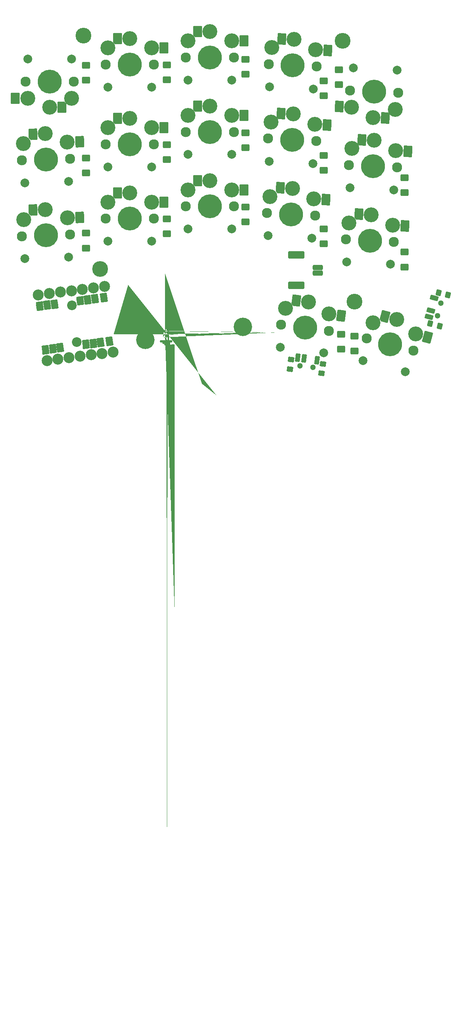
<source format=gbs>
G04 #@! TF.GenerationSoftware,KiCad,Pcbnew,8.0.5*
G04 #@! TF.CreationDate,2025-01-03T21:24:17+08:00*
G04 #@! TF.ProjectId,Kretstr_d_v2,4b726574-7374-472e-9464-5f76322e6b69,rev?*
G04 #@! TF.SameCoordinates,Original*
G04 #@! TF.FileFunction,Soldermask,Bot*
G04 #@! TF.FilePolarity,Negative*
%FSLAX46Y46*%
G04 Gerber Fmt 4.6, Leading zero omitted, Abs format (unit mm)*
G04 Created by KiCad (PCBNEW 8.0.5) date 2025-01-03 21:24:17*
%MOMM*%
%LPD*%
G01*
G04 APERTURE LIST*
G04 Aperture macros list*
%AMRoundRect*
0 Rectangle with rounded corners*
0 $1 Rounding radius*
0 $2 $3 $4 $5 $6 $7 $8 $9 X,Y pos of 4 corners*
0 Add a 4 corners polygon primitive as box body*
4,1,4,$2,$3,$4,$5,$6,$7,$8,$9,$2,$3,0*
0 Add four circle primitives for the rounded corners*
1,1,$1+$1,$2,$3*
1,1,$1+$1,$4,$5*
1,1,$1+$1,$6,$7*
1,1,$1+$1,$8,$9*
0 Add four rect primitives between the rounded corners*
20,1,$1+$1,$2,$3,$4,$5,0*
20,1,$1+$1,$4,$5,$6,$7,0*
20,1,$1+$1,$6,$7,$8,$9,0*
20,1,$1+$1,$8,$9,$2,$3,0*%
%AMFreePoly0*
4,1,22,0.886777,1.280194,0.956366,1.224698,0.994986,1.144504,1.000000,1.100000,1.000000,-1.100000,0.980194,-1.186777,0.924698,-1.256366,0.844504,-1.294986,0.800000,-1.300000,-0.480000,-1.300000,-0.566777,-1.280194,-0.621421,-1.241421,-0.941421,-0.921421,-0.988777,-0.846056,-1.000000,-0.780000,-1.000000,1.100000,-0.980194,1.186777,-0.924698,1.256366,-0.844504,1.294986,-0.800000,1.300000,
0.800000,1.300000,0.886777,1.280194,0.886777,1.280194,$1*%
%AMFreePoly1*
4,1,22,0.686777,0.580194,0.756366,0.524698,0.794986,0.444504,0.800000,0.400000,0.800000,0.200000,0.780194,0.113223,0.741421,0.058579,0.141421,-0.541421,0.066056,-0.588777,-0.022393,-0.598742,-0.106406,-0.569345,-0.141421,-0.541421,-0.741421,0.058579,-0.788777,0.133944,-0.800000,0.200000,-0.800000,0.400000,-0.780193,0.486777,-0.724698,0.556366,-0.644504,0.594986,-0.600000,0.600000,
0.600000,0.600000,0.686777,0.580194,0.686777,0.580194,$1*%
%AMFreePoly2*
4,1,26,0.706406,1.169345,0.769345,1.106406,0.798742,1.022393,0.800000,1.000000,0.800000,-0.250000,0.780194,-0.336777,0.724699,-0.406366,0.644505,-0.444986,0.600000,-0.450000,-0.600000,-0.450000,-0.686777,-0.430194,-0.756366,-0.374698,-0.794986,-0.294504,-0.800000,-0.250000,-0.800000,1.000000,-0.780194,1.086777,-0.724698,1.156366,-0.644504,1.194986,-0.555496,1.194986,-0.475302,1.156366,
-0.458579,1.141421,0.000000,0.682842,0.458579,1.141421,0.533944,1.188778,0.622393,1.198742,0.706406,1.169345,0.706406,1.169345,$1*%
%AMFreePoly3*
4,1,292,0.206777,1.229994,0.276366,1.174498,0.314986,1.094304,0.320000,1.049800,0.320000,0.008200,0.319495,0.005987,0.319495,-1.866709,0.319486,-1.942235,0.319486,-1.942460,0.318928,-2.390763,0.318926,-2.391335,0.317383,-2.767014,0.317377,-2.767939,0.314675,-3.077389,0.314657,-3.078876,0.310622,-3.328489,0.310568,-3.330901,0.305029,-3.527071,0.304875,-3.531095,0.297657,-3.680215,
0.297195,-3.687212,0.288125,-3.795676,0.286622,-3.808584,0.275528,-3.882784,0.269972,-3.908365,0.256680,-3.954695,0.246330,-3.982691,0.240139,-3.996234,0.229057,-4.017117,0.167561,-4.118087,0.157692,-4.132784,0.062026,-4.262462,0.054482,-4.272060,-0.057455,-4.405866,-0.061018,-4.410009,-0.070960,-4.421254,-0.171727,-4.547475,-0.239381,-4.651468,-0.261422,-4.702806,-0.268448,-4.790209,
-0.275185,-4.947662,-0.279770,-5.144579,-0.281450,-5.361536,-0.281447,-5.385011,-0.280528,-5.604860,-0.277007,-5.754079,-0.270393,-5.838887,-0.268290,-5.848462,-0.224488,-5.894056,-0.171049,-5.977321,-0.142171,-6.051967,-0.122143,-6.170287,-0.120852,-6.228231,-0.135594,-6.347346,-0.162124,-6.424914,-0.212996,-6.510565,-0.274338,-6.575059,-0.308050,-6.593056,-0.393200,-6.628524,-0.459529,-6.643620,
-0.582275,-6.650118,-0.631318,-6.646663,-0.750780,-6.623247,-0.819367,-6.595916,-0.898997,-6.545453,-0.952252,-6.496101,-0.953444,-6.494503,-0.980620,-6.444550,-1.025271,-6.324319,-1.037078,-6.237909,-1.034553,-6.207928,-1.095319,-6.245365,-1.119612,-6.251953,-1.263243,-6.281341,-1.334401,-6.282972,-1.441733,-6.266095,-1.524379,-6.233050,-1.535526,-6.224760,-1.625648,-6.152737,-1.674999,-6.094737,
-1.708800,-6.034795,-1.731134,-5.973572,-1.756230,-5.840310,-1.752826,-5.751366,-1.751357,-5.746183,-1.721747,-5.646814,-1.786435,-5.670245,-1.797570,-5.671308,-1.925994,-5.679949,-2.013905,-5.666013,-2.017213,-5.664651,-2.152853,-5.607383,-2.223422,-5.557256,-2.286363,-5.487634,-2.329864,-5.409980,-2.331418,-5.403739,-1.483158,-5.403739,-1.355185,-5.371470,-1.321520,-5.365981,-1.296753,-5.364088,
-1.271925,-5.355039,-1.217781,-5.314195,-1.113600,-5.210504,-0.992406,-5.073003,-0.922095,-4.967193,-0.891918,-4.883182,-0.881171,-4.765871,-0.875626,-4.680694,-0.868608,-4.639640,-0.821297,-4.471082,-0.802138,-4.425469,-0.700510,-4.248647,-0.682044,-4.221835,-0.562810,-4.075770,-0.603069,-4.078811,-0.691091,-4.065597,-0.695126,-4.063965,-0.829973,-4.007718,-0.882942,-3.970058,-0.884544,-4.105830,
-0.885000,-4.117175,-0.898888,-4.319380,-0.902711,-4.346893,-0.935986,-4.504891,-0.949035,-4.545136,-1.009063,-4.679733,-1.028893,-4.714405,-1.123042,-4.846409,-1.137428,-4.864308,-1.273065,-5.014526,-1.276513,-5.018249,-1.287869,-5.030202,-1.395729,-5.154077,-1.436036,-5.218316,-1.445698,-5.259360,-1.451178,-5.311568,-1.471682,-5.381092,-1.483158,-5.403739,-2.331418,-5.403739,-2.333940,-5.393612,
-2.360039,-5.266091,-2.360039,-5.185886,-2.330712,-5.042597,-2.293908,-4.961554,-2.277054,-4.942143,-2.201588,-4.865752,-2.261402,-4.879975,-2.348652,-4.881156,-2.489497,-4.851669,-2.570374,-4.814501,-2.590504,-4.796763,-2.603049,-4.784116,-2.016632,-4.784116,-1.947691,-4.769658,-1.921784,-4.765974,-1.897996,-4.764167,-1.873068,-4.755114,-1.818842,-4.714263,-1.712135,-4.608103,-1.710532,-4.606403,
-1.610735,-4.492471,-1.536348,-4.394539,-1.509620,-4.348678,-1.496774,-4.253933,-1.486629,-4.104764,-1.484943,-4.030087,-1.521728,-4.066661,-1.663872,-4.210425,-1.771561,-4.327147,-1.827485,-4.398952,-1.841739,-4.426218,-1.846868,-4.455718,-1.849044,-4.466476,-1.880833,-4.604089,-1.919662,-4.684181,-1.933210,-4.699418,-2.016632,-4.784116,-2.603049,-4.784116,-2.677271,-4.709294,-2.724322,-4.633739,
-2.731172,-4.608776,-2.760623,-4.465732,-2.760769,-4.385781,-2.732270,-4.244767,-2.695666,-4.163633,-2.680108,-4.145462,-2.594432,-4.056733,-2.519907,-4.008065,-2.492843,-4.000178,-2.352971,-3.969921,-2.326052,-3.966765,-2.302641,-3.962426,-2.276550,-3.949146,-2.210815,-3.898611,-2.101881,-3.798678,-1.944546,-3.643569,-1.907849,-3.606777,-1.998584,-3.608265,-2.086361,-3.615506,-2.113472,-3.640814,
-2.190420,-3.685551,-2.195993,-3.687200,-2.285285,-3.712217,-2.328694,-3.719355,-2.443408,-3.725413,-2.478949,-3.724123,-2.588384,-3.710339,-2.648428,-3.692928,-2.721883,-3.658421,-2.792004,-3.603597,-2.794591,-3.600348,-2.808469,-3.582542,-2.842246,-3.517205,-2.871896,-3.418636,-2.880342,-3.357508,-2.878149,-3.232815,-2.869435,-3.177839,-2.834704,-3.064278,-2.812088,-3.015249,-2.804020,-3.002595,
-2.744226,-2.942329,-2.663376,-2.889881,-2.579901,-2.859285,-2.464107,-2.844477,-2.401736,-2.846314,-2.281469,-2.868955,-2.211215,-2.896693,-2.116941,-2.956591,-2.095419,-2.974395,-2.075454,-2.989291,-2.056638,-2.994994,-2.046805,-2.995889,-2.070491,-2.960773,-2.070904,-2.959695,-2.108494,-2.860796,-2.121279,-2.800020,-2.127521,-2.678750,-2.122913,-2.624593,-2.097809,-2.512950,-2.059448,-2.432632,
-2.058380,-2.431296,-2.001929,-2.361278,-1.932045,-2.306154,-1.911531,-2.297769,-1.812031,-2.263398,-1.738834,-2.252593,-1.594647,-2.258290,-1.508720,-2.281507,-1.504448,-2.283843,-1.384933,-2.351109,-1.358738,-2.368710,-1.337152,-2.385832,-1.317487,-2.393167,-1.240752,-2.402224,-1.085472,-2.405350,-1.078233,-2.405170,-1.107077,-2.378573,-1.139850,-2.295818,-1.141775,-2.278081,-1.154236,-2.081951,
-1.154606,-2.072859,-1.156502,-1.967207,-1.150610,-1.915302,-1.126324,-1.817749,-1.086141,-1.738328,-1.046755,-1.702089,-0.979056,-1.654814,-0.896569,-1.621370,-0.885058,-1.619844,-0.761116,-1.607067,-0.757791,-1.606753,-0.746558,-1.605784,-0.717431,-1.594755,-0.653273,-1.547006,-0.535915,-1.433820,-0.518656,-1.415993,-0.412858,-1.301079,-0.333107,-1.206106,-0.309939,-1.172922,-0.306469,-1.159605,
-0.293711,-1.047354,-0.284312,-0.875422,-0.280824,-0.666619,-0.282712,0.034061,-0.280000,0.046092,-0.280000,1.049800,-0.260194,1.136577,-0.204698,1.206166,-0.124504,1.244786,-0.080000,1.249800,0.120000,1.249800,0.206777,1.229994,0.206777,1.229994,$1*%
%AMFreePoly4*
4,1,332,0.216903,1.226394,0.286492,1.170898,0.325112,1.090704,0.330126,1.046200,0.330126,0.053880,0.332333,0.034041,0.330446,-0.641485,0.333256,-0.817119,0.341852,-0.991008,0.354077,-1.119624,0.362643,-1.162576,0.397195,-1.217294,0.480043,-1.321262,0.585725,-1.436349,0.661974,-1.511306,0.745305,-1.581782,0.780351,-1.600628,0.816226,-1.606236,0.855709,-1.608367,0.916305,-1.621245,
1.018029,-1.660105,1.092024,-1.709574,1.121528,-1.749879,1.172534,-1.841779,1.197328,-1.927265,1.197479,-1.930252,1.204078,-2.083860,1.203745,-2.106820,1.191281,-2.279776,1.165288,-2.364904,1.129225,-2.403994,1.173666,-2.405391,1.223573,-2.405255,1.373671,-2.401394,1.448171,-2.392642,1.465323,-2.386622,1.490349,-2.367250,1.499144,-2.360816,1.558427,-2.319886,1.616268,-2.292409,
1.736039,-2.257617,1.795103,-2.249705,1.918049,-2.251717,1.998400,-2.270011,2.089018,-2.311721,2.159564,-2.365996,2.168233,-2.377282,2.179017,-2.392405,2.207229,-2.449366,2.233861,-2.535376,2.241991,-2.576456,2.252651,-2.693916,2.253382,-2.717931,2.251655,-2.776071,2.247065,-2.813135,2.225093,-2.912935,2.195461,-2.975695,2.212494,-2.958198,2.289490,-2.904783,2.362073,-2.873447,
2.477989,-2.848910,2.531369,-2.844932,2.650838,-2.852090,2.724742,-2.871102,2.812396,-2.912770,2.882265,-2.967914,2.907895,-3.009099,2.941835,-3.082118,2.959271,-3.144555,2.971968,-3.260006,2.972232,-3.301190,2.960919,-3.417757,2.944419,-3.480107,2.909095,-3.559070,2.855580,-3.630194,2.824642,-3.651681,2.776780,-3.678625,2.716103,-3.700809,2.613675,-3.720326,2.575255,-3.723859,
2.458923,-3.723286,2.420925,-3.719452,2.321391,-3.699672,2.242209,-3.664868,2.226678,-3.653495,2.249568,-3.708190,2.262483,-3.753325,2.275714,-3.834758,2.276340,-3.894786,2.255370,-4.043353,2.251016,-4.059843,2.261336,-4.057503,2.405029,-4.053550,2.423479,-4.053894,2.607272,-4.065820,2.692585,-4.091203,2.758435,-4.151089,2.791780,-4.233615,2.793805,-4.251024,2.806269,-4.423981,
2.806736,-4.433904,2.808688,-4.521554,2.803411,-4.571859,2.775606,-4.689911,2.736433,-4.769835,2.707599,-4.798835,2.630832,-4.861660,2.551134,-4.901291,2.531391,-4.905022,2.396634,-4.923538,2.367519,-4.925391,2.352493,-4.925249,2.321484,-4.922534,2.294546,-4.918041,2.345556,-4.977430,2.387072,-5.056163,2.391784,-5.079151,2.411668,-5.216808,2.413676,-5.249681,2.412978,-5.282286,
2.408266,-5.321372,2.380906,-5.444549,2.342754,-5.524966,2.315925,-5.552945,2.240017,-5.618098,2.161269,-5.659587,2.137440,-5.664410,2.001028,-5.683476,1.971455,-5.685392,1.956951,-5.685255,1.923948,-5.682197,1.791737,-5.658772,1.709746,-5.624130,1.687090,-5.605118,1.615161,-5.535067,1.566814,-5.460335,1.557616,-5.425814,1.535881,-5.299923,1.533998,-5.280958,1.533090,-5.277310,
1.533100,-5.278989,1.537975,-5.407923,1.546049,-5.464506,1.546949,-5.466699,1.560605,-5.481756,1.576426,-5.501596,1.634693,-5.585018,1.668145,-5.667501,1.668563,-5.670193,1.688071,-5.801698,1.682547,-5.885969,1.643425,-6.022953,1.600550,-6.100955,1.596826,-6.105026,1.561415,-6.142690,1.487545,-6.192345,1.486564,-6.192720,1.387509,-6.230250,1.326898,-6.242961,1.205437,-6.249194,
1.151442,-6.244614,1.082920,-6.229254,1.081676,-6.301771,1.060958,-6.387044,1.004589,-6.500955,0.948350,-6.569945,0.933901,-6.580220,0.857650,-6.629504,0.787543,-6.657803,0.665751,-6.681668,0.584915,-6.680859,0.473708,-6.656748,0.415993,-6.629724,0.400586,-6.658754,0.394933,-6.665026,0.359522,-6.702690,0.285652,-6.752345,0.284671,-6.752720,0.185616,-6.790250,0.125005,-6.802961,
0.003544,-6.809194,-0.050452,-6.804614,-0.162271,-6.779549,-0.242614,-6.741242,-0.243814,-6.740285,-0.268198,-6.720687,-0.315294,-6.752345,-0.316275,-6.752720,-0.415330,-6.790250,-0.475941,-6.802961,-0.597402,-6.809194,-0.651397,-6.804614,-0.763217,-6.779549,-0.843561,-6.741242,-0.844763,-6.740284,-0.914891,-6.683922,-0.970122,-6.614122,-0.978575,-6.593515,-1.013000,-6.494172,-1.023868,-6.420766,
-1.018162,-6.276806,-0.994935,-6.190882,-0.992477,-6.186396,-0.925104,-6.067069,-0.903724,-6.036331,-0.891370,-6.021707,-0.890072,-6.018941,-0.882527,-5.981614,-0.875398,-5.887738,-0.871719,-5.731182,-0.870818,-5.503325,-0.870817,-5.503105,-0.869927,-5.326988,-0.869827,-5.321581,-0.862543,-5.094702,-0.861499,-5.079727,-0.853873,-5.008841,-0.260880,-5.008841,-0.250757,-5.118082,-0.182664,-5.265028,
-0.032771,-5.461496,0.009168,-5.510153,0.014500,-5.516608,0.119025,-5.648672,0.127203,-5.659770,0.205250,-5.773710,0.219630,-5.798292,0.256978,-5.874043,0.259707,-5.879806,0.280044,-5.924601,0.283266,-5.919104,0.302558,-5.891727,0.305210,-5.888563,0.317208,-5.858522,0.310754,-5.815815,0.250423,-5.704381,0.110971,-5.530276,0.036442,-5.444592,0.027944,-5.434129,-0.099383,-5.266107,
-0.111658,-5.246753,0.652054,-5.246753,0.732842,-5.349046,0.752387,-5.378939,0.849802,-5.561723,0.882643,-5.509562,0.905761,-5.479570,0.917107,-5.467427,0.924826,-5.420679,0.930495,-5.304719,0.931637,-5.162069,0.886595,-5.192346,0.885617,-5.192720,0.786563,-5.230250,0.725952,-5.242961,0.652054,-5.246753,-0.111658,-5.246753,-0.117198,-5.238019,-0.195936,-5.087503,-0.212368,-5.044802,
-0.239091,-4.941314,-0.260880,-5.008841,-0.853873,-5.008841,-0.842699,-4.904973,-0.837775,-4.877464,-0.810044,-4.767492,1.929028,-4.767492,1.940400,-4.777363,1.980579,-4.800138,2.016790,-4.806377,2.048565,-4.809884,2.049055,-4.809987,2.034161,-4.797214,2.013963,-4.774565,2.013402,-4.774389,1.934562,-4.767567,1.929028,-4.767492,-0.810044,-4.767492,-0.802541,-4.737737,-0.789993,-4.702371,
-0.733407,-4.580574,-0.717030,-4.551821,-0.634173,-4.430855,-0.622986,-4.416047,-0.508940,-4.278815,-0.506152,-4.275532,-0.504541,-4.273676,-0.406101,-4.155775,-0.327937,-4.054618,-0.302887,-4.017163,-0.302099,-4.013563,-0.294032,-3.925579,-0.286464,-3.770786,-0.280305,-3.552503,-0.275623,-3.268476,-0.272373,-2.915349,-0.271993,-2.829728,0.332029,-2.829728,0.339270,-2.984437,0.352076,-3.112266,
0.360925,-3.154360,0.378419,-3.181798,0.458433,-3.279847,0.578494,-3.414759,0.722334,-3.568542,0.876663,-3.727341,1.028514,-3.877808,1.164669,-4.006494,1.268831,-4.097556,1.310593,-4.127530,1.364956,-4.143570,1.451145,-4.154832,1.444522,-4.147382,1.401669,-4.069368,1.396370,-4.045227,1.377901,-3.926443,1.353356,-3.888438,1.272875,-3.790852,1.139773,-3.645237,0.953129,-3.451557,
0.710038,-3.206705,0.332029,-2.829728,-0.271993,-2.829728,-0.270485,-2.489954,-0.269874,-1.987786,-0.269874,1.046200,-0.250068,1.132977,-0.194572,1.202566,-0.114378,1.241186,-0.069874,1.246200,0.130126,1.246200,0.216903,1.226394,0.216903,1.226394,$1*%
G04 Aperture macros list end*
%ADD10C,0.100000*%
%ADD11C,2.300000*%
%ADD12C,3.400000*%
%ADD13C,2.000000*%
%ADD14C,5.450000*%
%ADD15FreePoly0,0.000000*%
%ADD16RoundRect,0.200000X-0.800000X-1.100000X0.800000X-1.100000X0.800000X1.100000X-0.800000X1.100000X0*%
%ADD17FreePoly0,2.000000*%
%ADD18RoundRect,0.200000X-0.761123X-1.127250X0.837902X-1.071410X0.761123X1.127250X-0.837902X1.071410X0*%
%ADD19FreePoly0,357.000000*%
%ADD20RoundRect,0.200000X-0.856473X-1.056624X0.741334X-1.140361X0.856473X1.056624X-0.741334X1.140361X0*%
%ADD21FreePoly0,345.000000*%
%ADD22RoundRect,0.200000X-1.057442X-0.855463X0.488040X-1.269574X1.057442X0.855463X-0.488040X1.269574X0*%
%ADD23FreePoly0,180.000000*%
%ADD24RoundRect,0.200000X0.800000X1.100000X-0.800000X1.100000X-0.800000X-1.100000X0.800000X-1.100000X0*%
%ADD25FreePoly0,352.500000*%
%ADD26RoundRect,0.200000X-0.936735X-0.986168X0.649577X-1.195010X0.936735X0.986168X-0.649577X1.195010X0*%
%ADD27FreePoly0,177.000000*%
%ADD28RoundRect,0.200000X0.856473X1.056624X-0.741334X1.140361X-0.856473X-1.056624X0.741334X-1.140361X0*%
%ADD29RoundRect,0.200000X-0.256961X0.586491X-0.515780X-0.379435X0.256961X-0.586491X0.515780X0.379435X0*%
%ADD30C,1.300000*%
%ADD31RoundRect,0.200000X-0.633858X0.532188X-0.815031X-0.143960X0.633858X-0.532188X0.815031X0.143960X0*%
%ADD32RoundRect,0.200000X0.700000X-0.600000X0.700000X0.600000X-0.700000X0.600000X-0.700000X-0.600000X0*%
%ADD33C,3.600000*%
%ADD34RoundRect,0.200000X-0.700000X0.600000X-0.700000X-0.600000X0.700000X-0.600000X0.700000X0.600000X0*%
%ADD35C,2.500000*%
%ADD36FreePoly1,187.500000*%
%ADD37FreePoly1,7.500000*%
%ADD38FreePoly2,187.500000*%
%ADD39FreePoly2,7.500000*%
%ADD40C,2.200000*%
%ADD41C,4.200000*%
%ADD42RoundRect,0.326924X1.548076X-0.523076X1.548076X0.523076X-1.548076X0.523076X-1.548076X-0.523076X0*%
%ADD43RoundRect,0.300000X0.850000X-0.300000X0.850000X0.300000X-0.850000X0.300000X-0.850000X-0.300000X0*%
%ADD44FreePoly3,180.000000*%
%ADD45RoundRect,0.229000X-0.606000X-0.057250X0.606000X-0.057250X0.606000X0.057250X-0.606000X0.057250X0*%
%ADD46RoundRect,0.229000X-1.171000X-0.057250X1.171000X-0.057250X1.171000X0.057250X-1.171000X0.057250X0*%
%ADD47RoundRect,0.229000X-0.208500X-0.057250X0.208500X-0.057250X0.208500X0.057250X-0.208500X0.057250X0*%
%ADD48FreePoly4,180.000000*%
%ADD49RoundRect,0.200000X0.444900X0.697899X-0.249111X0.789268X-0.444900X-0.697899X0.249111X-0.789268X0*%
%ADD50RoundRect,0.200000X0.547933X0.331315X-0.443512X0.461841X-0.547933X-0.331315X0.443512X-0.461841X0*%
G04 APERTURE END LIST*
D10*
X87756130Y-115406955D02*
X86748822Y-115539569D01*
X86616207Y-114532261D01*
X87623515Y-114399647D01*
X87756130Y-115406955D01*
G36*
X87756130Y-115406955D02*
G01*
X86748822Y-115539569D01*
X86616207Y-114532261D01*
X87623515Y-114399647D01*
X87756130Y-115406955D01*
G37*
X89112845Y-125712231D02*
X88105537Y-125844846D01*
X87972923Y-124837538D01*
X88980231Y-124704923D01*
X89112845Y-125712231D01*
G36*
X89112845Y-125712231D02*
G01*
X88105537Y-125844846D01*
X87972923Y-124837538D01*
X88980231Y-124704923D01*
X89112845Y-125712231D01*
G37*
X89438017Y-115185530D02*
X88430709Y-115318145D01*
X88298094Y-114310837D01*
X89305402Y-114178222D01*
X89438017Y-115185530D01*
G36*
X89438017Y-115185530D02*
G01*
X88430709Y-115318145D01*
X88298094Y-114310837D01*
X89305402Y-114178222D01*
X89438017Y-115185530D01*
G37*
X90794732Y-125490806D02*
X89787424Y-125623421D01*
X89654810Y-124616113D01*
X90662118Y-124483498D01*
X90794732Y-125490806D01*
G36*
X90794732Y-125490806D02*
G01*
X89787424Y-125623421D01*
X89654810Y-124616113D01*
X90662118Y-124483498D01*
X90794732Y-125490806D01*
G37*
X91119904Y-114964106D02*
X90112596Y-115096720D01*
X89979981Y-114089412D01*
X90987289Y-113956798D01*
X91119904Y-114964106D01*
G36*
X91119904Y-114964106D02*
G01*
X90112596Y-115096720D01*
X89979981Y-114089412D01*
X90987289Y-113956798D01*
X91119904Y-114964106D01*
G37*
X92476619Y-125269382D02*
X91469311Y-125401996D01*
X91336697Y-124394688D01*
X92344005Y-124262074D01*
X92476619Y-125269382D01*
G36*
X92476619Y-125269382D02*
G01*
X91469311Y-125401996D01*
X91336697Y-124394688D01*
X92344005Y-124262074D01*
X92476619Y-125269382D01*
G37*
X96983111Y-114192200D02*
X95975803Y-114324814D01*
X95843188Y-113317506D01*
X96850496Y-113184892D01*
X96983111Y-114192200D01*
G36*
X96983111Y-114192200D02*
G01*
X95975803Y-114324814D01*
X95843188Y-113317506D01*
X96850496Y-113184892D01*
X96983111Y-114192200D01*
G37*
X98339826Y-124497476D02*
X97332518Y-124630091D01*
X97199903Y-123622783D01*
X98207211Y-123490168D01*
X98339826Y-124497476D01*
G36*
X98339826Y-124497476D02*
G01*
X97332518Y-124630091D01*
X97199903Y-123622783D01*
X98207211Y-123490168D01*
X98339826Y-124497476D01*
G37*
X98665295Y-113970736D02*
X97657987Y-114103351D01*
X97525373Y-113096043D01*
X98532681Y-112963428D01*
X98665295Y-113970736D01*
G36*
X98665295Y-113970736D02*
G01*
X97657987Y-114103351D01*
X97525373Y-113096043D01*
X98532681Y-112963428D01*
X98665295Y-113970736D01*
G37*
X100022010Y-124276012D02*
X99014703Y-124408627D01*
X98882088Y-123401319D01*
X99889396Y-123268704D01*
X100022010Y-124276012D01*
G36*
X100022010Y-124276012D02*
G01*
X99014703Y-124408627D01*
X98882088Y-123401319D01*
X99889396Y-123268704D01*
X100022010Y-124276012D01*
G37*
X100347480Y-113749272D02*
X99340172Y-113881887D01*
X99207557Y-112874579D01*
X100214865Y-112741964D01*
X100347480Y-113749272D01*
G36*
X100347480Y-113749272D02*
G01*
X99340172Y-113881887D01*
X99207557Y-112874579D01*
X100214865Y-112741964D01*
X100347480Y-113749272D01*
G37*
X101704195Y-124054548D02*
X100696887Y-124187163D01*
X100564272Y-123179855D01*
X101571580Y-123047240D01*
X101704195Y-124054548D01*
G36*
X101704195Y-124054548D02*
G01*
X100696887Y-124187163D01*
X100564272Y-123179855D01*
X101571580Y-123047240D01*
X101704195Y-124054548D01*
G37*
X102370027Y-113482999D02*
X101362719Y-113615613D01*
X101230105Y-112608305D01*
X102237413Y-112475691D01*
X102370027Y-113482999D01*
G36*
X102370027Y-113482999D02*
G01*
X101362719Y-113615613D01*
X101230105Y-112608305D01*
X102237413Y-112475691D01*
X102370027Y-113482999D01*
G37*
X103726743Y-123788275D02*
X102719435Y-123920892D01*
X102586820Y-122913582D01*
X103594128Y-122780967D01*
X103726743Y-123788275D01*
G36*
X103726743Y-123788275D02*
G01*
X102719435Y-123920892D01*
X102586820Y-122913582D01*
X103594128Y-122780967D01*
X103726743Y-123788275D01*
G37*
D11*
X102246390Y-95208681D03*
D12*
X102746390Y-91408681D03*
D13*
X102746390Y-100358681D03*
D12*
X107746390Y-89308681D03*
D14*
X107746390Y-95208681D03*
D12*
X112746390Y-91408681D03*
D13*
X112746390Y-100358681D03*
D11*
X113246390Y-95208681D03*
D15*
X104946390Y-89308681D03*
D16*
X115546390Y-91408681D03*
D11*
X120546190Y-75408681D03*
D12*
X121046190Y-71608681D03*
D13*
X121046190Y-80558681D03*
D12*
X126046190Y-69508681D03*
D14*
X126046190Y-75408681D03*
D12*
X131046190Y-71608681D03*
D13*
X131046190Y-80558681D03*
D11*
X131546190Y-75408681D03*
D15*
X123246190Y-69508681D03*
D16*
X133846190Y-71608681D03*
D11*
X102246390Y-78208681D03*
D12*
X102746390Y-74408681D03*
D13*
X102746390Y-83358681D03*
D12*
X107746390Y-72308681D03*
D14*
X107746390Y-78208681D03*
D12*
X112746390Y-74408681D03*
D13*
X112746390Y-83358681D03*
D11*
X113246390Y-78208681D03*
D15*
X104946390Y-72308681D03*
D16*
X115546390Y-74408681D03*
D11*
X120546190Y-92408681D03*
D12*
X121046190Y-88608681D03*
D13*
X121046190Y-97558681D03*
D12*
X126046190Y-86508681D03*
D14*
X126046190Y-92408681D03*
D12*
X131046190Y-88608681D03*
D13*
X131046190Y-97558681D03*
D11*
X131546190Y-92408681D03*
D15*
X123246190Y-86508681D03*
D16*
X133846190Y-88608681D03*
D11*
X102246390Y-60008681D03*
D12*
X102746390Y-56208681D03*
D13*
X102746390Y-65158681D03*
D12*
X107746390Y-54108681D03*
D14*
X107746390Y-60008681D03*
D12*
X112746390Y-56208681D03*
D13*
X112746390Y-65158681D03*
D11*
X113246390Y-60008681D03*
D15*
X104946390Y-54108681D03*
D16*
X115546390Y-56208681D03*
D11*
X83149940Y-99200428D03*
D12*
X83517018Y-95385293D03*
D13*
X83829368Y-104329841D03*
D12*
X88440683Y-93112075D03*
D14*
X88646590Y-99008481D03*
D12*
X93510926Y-95036298D03*
D13*
X93823277Y-103980846D03*
D11*
X94143240Y-98816534D03*
D17*
X85642389Y-93209794D03*
D18*
X96309220Y-94938580D03*
D11*
X139476220Y-59905369D03*
D12*
X140174411Y-56136745D03*
D13*
X139706004Y-65074479D03*
D12*
X145277464Y-54301303D03*
D14*
X144968682Y-60193217D03*
D12*
X150160706Y-56660105D03*
D13*
X149692299Y-65597839D03*
D11*
X150461144Y-60481065D03*
D19*
X142481301Y-54154762D03*
D20*
X152956869Y-56806645D03*
D11*
X161884409Y-122481671D03*
D12*
X163350884Y-118940563D03*
D13*
X161034454Y-127585599D03*
D12*
X168724033Y-118206214D03*
D14*
X167197001Y-123905176D03*
D12*
X173010143Y-121528753D03*
D13*
X170693712Y-130173789D03*
D11*
X172509593Y-125328681D03*
D21*
X166019441Y-117481520D03*
D22*
X175714735Y-122253446D03*
D11*
X120546190Y-58408681D03*
D12*
X121046190Y-54608681D03*
D13*
X121046190Y-63558681D03*
D12*
X126046190Y-52508681D03*
D14*
X126046190Y-58408681D03*
D12*
X131046190Y-54608681D03*
D13*
X131046190Y-63558681D03*
D11*
X131546190Y-58408681D03*
D15*
X123246190Y-52508681D03*
D16*
X133846190Y-54608681D03*
D11*
X139094869Y-93932244D03*
D12*
X139793060Y-90163620D03*
D13*
X139324653Y-99101354D03*
D12*
X144896113Y-88328178D03*
D14*
X144587331Y-94220092D03*
D12*
X149779355Y-90686980D03*
D13*
X149310948Y-99624714D03*
D11*
X150079793Y-94507940D03*
D19*
X142099950Y-88181637D03*
D20*
X152575518Y-90833520D03*
D11*
X139335471Y-76921523D03*
D12*
X140033662Y-73152899D03*
D13*
X139565255Y-82090633D03*
D12*
X145136715Y-71317457D03*
D14*
X144827933Y-77209371D03*
D12*
X150019957Y-73676259D03*
D13*
X149551550Y-82613993D03*
D11*
X150320395Y-77497219D03*
D19*
X142340552Y-71170916D03*
D20*
X152816120Y-73822799D03*
D11*
X83139470Y-81900611D03*
D12*
X83506548Y-78085476D03*
D13*
X83818898Y-87030024D03*
D12*
X88430213Y-75812258D03*
D14*
X88636120Y-81708664D03*
D12*
X93500456Y-77736481D03*
D13*
X93812807Y-86681029D03*
D11*
X94132770Y-81516717D03*
D17*
X85631919Y-75909977D03*
D18*
X96298750Y-77638763D03*
D11*
X94946590Y-63908681D03*
D12*
X94446590Y-67708681D03*
D13*
X94446590Y-58758681D03*
D12*
X89446590Y-69808681D03*
D14*
X89446590Y-63908681D03*
D12*
X84446590Y-67708681D03*
D13*
X84446590Y-58758681D03*
D11*
X83946590Y-63908681D03*
D23*
X92246590Y-69808681D03*
D24*
X81646590Y-67708681D03*
D11*
X157105838Y-99922675D03*
D12*
X157804029Y-96154051D03*
D13*
X157335622Y-105091785D03*
D12*
X162907082Y-94318609D03*
D14*
X162598300Y-100210523D03*
D12*
X167790324Y-96677411D03*
D13*
X167321917Y-105615145D03*
D11*
X168090762Y-100498371D03*
D19*
X160110919Y-94172068D03*
D20*
X170586487Y-96823951D03*
D11*
X142340786Y-119347403D03*
D12*
X143332508Y-115645176D03*
D13*
X142164299Y-124518607D03*
D12*
X148563838Y-114215772D03*
D14*
X147793733Y-120065297D03*
D12*
X153246957Y-116950437D03*
D13*
X152078747Y-125823869D03*
D11*
X153246680Y-120783191D03*
D25*
X145787792Y-113850299D03*
D26*
X156023002Y-117315911D03*
D11*
X169071280Y-66503098D03*
D12*
X168373089Y-70271722D03*
D13*
X168841496Y-61333988D03*
D12*
X163270036Y-72107164D03*
D14*
X163578818Y-66215250D03*
D12*
X158386794Y-69748362D03*
D13*
X158855201Y-60810628D03*
D11*
X158086356Y-65927402D03*
D27*
X166066199Y-72253705D03*
D28*
X155590631Y-69601822D03*
D11*
X157795823Y-82935506D03*
D12*
X158494014Y-79166882D03*
D13*
X158025607Y-88104616D03*
D12*
X163597067Y-77331440D03*
D14*
X163288285Y-83223354D03*
D12*
X168480309Y-79690242D03*
D13*
X168011902Y-88627976D03*
D11*
X168780747Y-83511202D03*
D19*
X160800904Y-77184899D03*
D20*
X171276472Y-79836782D03*
D29*
X178278919Y-112067266D03*
X180413615Y-112639256D03*
D30*
X178794636Y-114431296D03*
X178018179Y-117329073D03*
D29*
X176389540Y-119118524D03*
X178524236Y-119690515D03*
D31*
X177288721Y-113251330D03*
X176512264Y-116149107D03*
X176124035Y-117597996D03*
D30*
X178018179Y-117329073D03*
X178794636Y-114431296D03*
D32*
X170519790Y-89255481D03*
X170519790Y-85855481D03*
X134197790Y-78977881D03*
X134197790Y-75577881D03*
D33*
X101025390Y-106656281D03*
D32*
X97761390Y-84734281D03*
X97761390Y-81334281D03*
X116262190Y-98637481D03*
X116262190Y-95237481D03*
X116262190Y-81721081D03*
X116262190Y-78321081D03*
D30*
X149589042Y-129138185D03*
X146614708Y-128746607D03*
D32*
X152079390Y-84156281D03*
X152079390Y-80756281D03*
X155533790Y-64617481D03*
X155533790Y-61217481D03*
D33*
X159054800Y-114147600D03*
D32*
X156016390Y-124967881D03*
X156016390Y-121567881D03*
D34*
X159038990Y-122025081D03*
X159038990Y-125425081D03*
D32*
X97761390Y-101904681D03*
X97761390Y-98504681D03*
D35*
X88850169Y-127608944D03*
X91368439Y-127277407D03*
X93886709Y-126945871D03*
X96404979Y-126614334D03*
X101441518Y-125951261D03*
X103959790Y-125619724D03*
X98923248Y-126282797D03*
D36*
X88576038Y-125526711D03*
X90257925Y-125305287D03*
X91939812Y-125083862D03*
X97803018Y-124311956D03*
X99485203Y-124090492D03*
X103189935Y-123602755D03*
X101167387Y-123869028D03*
D37*
X99744365Y-113060099D03*
X87153015Y-114717781D03*
X88834902Y-114496357D03*
X90516789Y-114274932D03*
X96379996Y-113503026D03*
X98062180Y-113281562D03*
X101766912Y-112793825D03*
D35*
X96951964Y-111309404D03*
X86878884Y-112635549D03*
X89397154Y-112304012D03*
X91915424Y-111972476D03*
X94433694Y-111640939D03*
X99470234Y-110977866D03*
X101988507Y-110646329D03*
D38*
X88443423Y-124519403D03*
X90125310Y-124297979D03*
X91807197Y-124076554D03*
X97670404Y-123304648D03*
X99352588Y-123083183D03*
X101034773Y-122861723D03*
X103057320Y-122595447D03*
D39*
X101899527Y-113801133D03*
X99876979Y-114067405D03*
X98194795Y-114288870D03*
X96512610Y-114510334D03*
X90649404Y-115282240D03*
X88967517Y-115503664D03*
X87285630Y-115725089D03*
D33*
X97164590Y-53468681D03*
D32*
X116262190Y-63521081D03*
X116262190Y-60121081D03*
X134197790Y-95945081D03*
X134197790Y-92545081D03*
D40*
X95657918Y-123376142D03*
D32*
X134197790Y-62213881D03*
X134197790Y-58813881D03*
D33*
X156397390Y-54586281D03*
D41*
X133604000Y-119888000D03*
D40*
X94550195Y-114962146D03*
D32*
X152079390Y-67157481D03*
X152079390Y-63757481D03*
X152079390Y-100956281D03*
X152079390Y-97556281D03*
D41*
X111363786Y-122815980D03*
D32*
X170519790Y-106222681D03*
X170519790Y-102822681D03*
X97761390Y-63558681D03*
X97761390Y-60158681D03*
D42*
X145796000Y-103480000D03*
X145796000Y-110430000D03*
D43*
X150671000Y-106330000D03*
X150671000Y-107580000D03*
D44*
X116419397Y-121589800D03*
D45*
X116078000Y-123561277D03*
D46*
X116078000Y-123190000D03*
D47*
X116072603Y-123901200D03*
D48*
X115829397Y-121589800D03*
D49*
X146100850Y-126903769D03*
X147588018Y-127099558D03*
X150562352Y-127491137D03*
D50*
X144339522Y-129556564D03*
X144627986Y-127365471D03*
D30*
X146614708Y-128746607D03*
X149589042Y-129138185D03*
D50*
X151865533Y-128318312D03*
X151577070Y-130509405D03*
M02*

</source>
